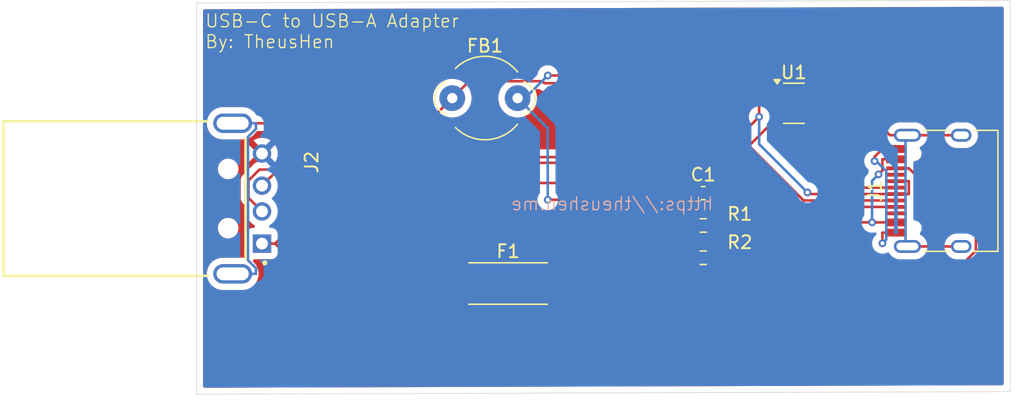
<source format=kicad_pcb>
(kicad_pcb (version 20241229) (generator "pcbnew") (generator_version "9.0")
  (title_block (title "USB-C to USB-A Adapter") (date "2025-08-04") (rev "TheusHen"))
  (layers (0 "F.Cu" signal) (2 "B.Cu" signal) (13 "F.Paste" user) (15 "B.Paste" user) (5 "F.SilkS" user "F.Silkscreen") (7 "B.SilkS" user "B.Silkscreen") (1 "F.Mask" user) (3 "B.Mask" user) (25 "Edge.Cuts" user))
  (net 0 "")
  (net 1 "VCC")
  (net 2 "Net-(J1-CC1)")
  (net 3 "Net-(J1-CC2)")
  (net 4 "Net-(J1-SHIELD)")
  (net 5 "Net-(F1-Pad2)")
  (net 6 "Net-(U1-VBUS)")
  (net 7 "Net-(J2-D-)")
  (net 8 "Net-(J2-D+)")
  (net 9 "GND")
  (footprint "USB-AM-S-X-X-TH:SAMTEC_USB-AM-S-X-X-TH" (layer "F.Cu") (at 102.8 95.4 -90)
    (property "Reference" "J2" (at -2.825 -6.135 90) (layer "F.SilkS"))
    (property "Value" "USB-AM-S-X-X-TH")
    (fp_line (start -6 17.8) (end -6 1.9) (stroke (width 0.2)) (layer "F.SilkS"))
    (fp_line (start 6 17.8) (end -6 17.8) (stroke (width 0.2)) (layer "F.SilkS"))
    (fp_line (start 6 1.9) (end 6 17.8) (stroke (width 0.2)) (layer "F.SilkS"))
    (fp_line (start -4.7 -1) (end 4.7 -1) (stroke (width 0.2)) (layer "F.SilkS"))
    (fp_circle (center 5 -2.5) (end 5.1 -2.5) (stroke (width 0.2)) (fill no) (layer "F.SilkS"))
    (pad "" np_thru_hole circle (at -2.3 0.35 270) (size 1.1 1.1) (drill 1.1) (layers "*.Cu" "*.Mask"))
    (pad "" np_thru_hole circle (at 2.3 0.35 270) (size 1.1 1.1) (drill 1.1) (layers "*.Cu" "*.Mask"))
    (pad "01" thru_hole rect (at 3.5 -2.28 270) (size 1.428 1.428) (drill 0.92) (layers "*.Cu" "*.Mask") (net 1 "VCC"))
    (pad "02" thru_hole circle (at 1 -2.28 270) (size 1.428 1.428) (drill 0.92) (layers "*.Cu" "*.Mask") (net 7 "Net-(J2-D-)"))
    (pad "03" thru_hole circle (at -1 -2.28 270) (size 1.428 1.428) (drill 0.92) (layers "*.Cu" "*.Mask") (net 8 "Net-(J2-D+)"))
    (pad "04" thru_hole circle (at -3.5 -2.28 270) (size 1.428 1.428) (drill 0.92) (layers "*.Cu" "*.Mask") (net 9 "GND"))
    (pad "S1" thru_hole oval (at -5.85 0 270) (size 1.508 3.016) (drill oval 1 2.5) (layers "*.Cu" "*.Mask") (net 6 "Net-(U1-VBUS)"))
    (pad "S2" thru_hole oval (at 5.85 0 270) (size 1.508 3.016) (drill oval 1 2.5) (layers "*.Cu" "*.Mask") (net 6 "Net-(U1-VBUS)"))
  )
  (footprint "Ferrite_THT:LairdTech_28C0236-0JW-10" (layer "F.Cu") (at 119.86 87.6)
    (property "Reference" "FB1" (at 2.54 -4.064 0) (layer "F.SilkS"))
    (property "Value" "FerriteBead_Small")
    (fp_arc (start -0.508 1.27) (mid -1.367832 0) (end -0.508 -1.27) (stroke (width 0.12)) (layer "F.SilkS"))
    (fp_arc (start 0.239932 -2.300068) (mid 2.71988 -3.24781) (end 5.08 -2.032) (stroke (width 0.12)) (layer "F.SilkS"))
    (fp_arc (start 5.064465 2.019572) (mid 2.71878 3.227946) (end 0.254 2.286) (stroke (width 0.12)) (layer "F.SilkS"))
    (fp_arc (start 5.588 -1.27) (mid 6.447832 0) (end 5.588 1.27) (stroke (width 0.12)) (layer "F.SilkS"))
    (pad "1" thru_hole circle (at 0 0) (size 2 2) (drill 0.8) (layers "*.Cu" "*.Mask") (net 6 "Net-(U1-VBUS)"))
    (pad "2" thru_hole circle (at 5.08 0) (size 2 2) (drill 0.8) (layers "*.Cu" "*.Mask") (net 4 "Net-(J1-SHIELD)"))
  )
  (footprint "Fuse:Fuse_Schurter_UMT250" (layer "F.Cu") (at 124.2 102)
    (property "Reference" "F1" (at 0 -2.5 0) (layer "F.SilkS"))
    (property "Value" "Polyfuse")
    (fp_line (start -3.05 -1.61) (end 3.05 -1.61) (stroke (width 0.12)) (layer "F.SilkS"))
    (fp_line (start -3.05 1.61) (end 3.05 1.61) (stroke (width 0.12)) (layer "F.SilkS"))
    (pad "1" smd roundrect (at -4.25 0) (size 2 3.75) (layers "F.Cu" "F.Mask" "F.Paste") (roundrect_rratio 0.125) (net 1 "VCC"))
    (pad "2" smd roundrect (at 4.25 0) (size 2 3.75) (layers "F.Cu" "F.Mask" "F.Paste") (roundrect_rratio 0.125) (net 5 "Net-(F1-Pad2)"))
  )
  (footprint "Resistor_SMD:R_0603_1608Metric" (layer "F.Cu") (at 139.3575 97.49)
    (property "Reference" "R1" (at 2.8425 -0.89 0) (layer "F.SilkS"))
    (property "Value" "56k")
    (fp_line (start -0.237258 -0.5225) (end 0.237258 -0.5225) (stroke (width 0.12)) (layer "F.SilkS"))
    (fp_line (start -0.237258 0.5225) (end 0.237258 0.5225) (stroke (width 0.12)) (layer "F.SilkS"))
    (pad "1" smd roundrect (at -0.825 0) (size 0.8 0.95) (layers "F.Cu" "F.Mask" "F.Paste") (net 2 "Net-(J1-CC1)"))
    (pad "2" smd roundrect (at 0.825 0) (size 0.8 0.95) (layers "F.Cu" "F.Mask" "F.Paste") (net 5 "Net-(F1-Pad2)"))
  )
  (footprint "Resistor_SMD:R_0603_1608Metric" (layer "F.Cu") (at 139.3575 100)
    (property "Reference" "R2" (at 2.8425 -1.2 0) (layer "F.SilkS"))
    (property "Value" "56k")
    (fp_line (start -0.237258 -0.5225) (end 0.237258 -0.5225) (stroke (width 0.12)) (layer "F.SilkS"))
    (fp_line (start -0.237258 0.5225) (end 0.237258 0.5225) (stroke (width 0.12)) (layer "F.SilkS"))
    (pad "1" smd roundrect (at -0.825 0) (size 0.8 0.95) (layers "F.Cu" "F.Mask" "F.Paste") (net 3 "Net-(J1-CC2)"))
    (pad "2" smd roundrect (at 0.825 0) (size 0.8 0.95) (layers "F.Cu" "F.Mask" "F.Paste") (net 5 "Net-(F1-Pad2)"))
  )
  (footprint "Connector_USB:USB_C_Receptacle_HRO_TYPE-C-31-M-12" (layer "F.Cu") (at 158.35 94.8 90)
    (property "Reference" "J1" (at 0 -5.645 90) (layer "F.SilkS"))
    (property "Value" "USB_C_Receptacle_USB2.0_14P")
    (fp_line (start 4.7 -1.9) (end 4.7 0.1) (stroke (width 0.12)) (layer "F.SilkS"))
    (fp_line (start -4.7 -1.9) (end -4.7 0.1) (stroke (width 0.12)) (layer "F.SilkS"))
    (fp_line (start 4.7 2) (end 4.7 3.9) (stroke (width 0.12)) (layer "F.SilkS"))
    (fp_line (start -4.7 2) (end -4.7 3.9) (stroke (width 0.12)) (layer "F.SilkS"))
    (fp_line (start -4.7 3.9) (end 4.7 3.9) (stroke (width 0.12)) (layer "F.SilkS"))
    (pad "" np_thru_hole circle (at -2.89 -2.6 90) (size 0.65 0.65) (drill 0.65) (layers "*.Cu" "*.Mask"))
    (pad "" np_thru_hole circle (at 2.89 -2.6 90) (size 0.65 0.65) (drill 0.65) (layers "*.Cu" "*.Mask"))
    (pad "A1" smd rect (at -3.25 -4.045 90) (size 0.6 1.45) (layers "F.Cu" "F.Mask" "F.Paste") (net 6 "Net-(U1-VBUS)"))
    (pad "A4" smd rect (at -2.45 -4.045 90) (size 0.6 1.45) (layers "F.Cu" "F.Mask" "F.Paste") (net 5 "Net-(F1-Pad2)"))
    (pad "A5" smd rect (at -1.25 -4.045 90) (size 0.3 1.45) (layers "F.Cu" "F.Mask" "F.Paste") (net 2 "Net-(J1-CC1)"))
    (pad "A6" smd rect (at -0.25 -4.045 90) (size 0.3 1.45) (layers "F.Cu" "F.Mask" "F.Paste") (net 7 "Net-(J2-D-)"))
    (pad "A7" smd rect (at 0.25 -4.045 90) (size 0.3 1.45) (layers "F.Cu" "F.Mask" "F.Paste") (net 8 "Net-(J2-D+)"))
    (pad "A8" smd rect (at 1.25 -4.045 90) (size 0.3 1.45) (layers "F.Cu" "F.Mask" "F.Paste"))
    (pad "A9" smd rect (at 2.45 -4.045 90) (size 0.6 1.45) (layers "F.Cu" "F.Mask" "F.Paste") (net 5 "Net-(F1-Pad2)"))
    (pad "A12" smd rect (at 3.25 -4.045 90) (size 0.6 1.45) (layers "F.Cu" "F.Mask" "F.Paste") (net 6 "Net-(U1-VBUS)"))
    (pad "B1" smd rect (at 3.25 -4.045 90) (size 0.6 1.45) (layers "F.Cu" "F.Mask" "F.Paste") (net 6 "Net-(U1-VBUS)"))
    (pad "B4" smd rect (at 2.45 -4.045 90) (size 0.6 1.45) (layers "F.Cu" "F.Mask" "F.Paste") (net 5 "Net-(F1-Pad2)"))
    (pad "B5" smd rect (at 1.75 -4.045 90) (size 0.3 1.45) (layers "F.Cu" "F.Mask" "F.Paste") (net 3 "Net-(J1-CC2)"))
    (pad "B6" smd rect (at 0.75 -4.045 90) (size 0.3 1.45) (layers "F.Cu" "F.Mask" "F.Paste") (net 7 "Net-(J2-D-)"))
    (pad "B7" smd rect (at -0.75 -4.045 90) (size 0.3 1.45) (layers "F.Cu" "F.Mask" "F.Paste") (net 8 "Net-(J2-D+)"))
    (pad "B8" smd rect (at -1.75 -4.045 90) (size 0.3 1.45) (layers "F.Cu" "F.Mask" "F.Paste"))
    (pad "B9" smd rect (at -2.45 -4.045 90) (size 0.6 1.45) (layers "F.Cu" "F.Mask" "F.Paste") (net 5 "Net-(F1-Pad2)"))
    (pad "B12" smd rect (at -3.25 -4.045 90) (size 0.6 1.45) (layers "F.Cu" "F.Mask" "F.Paste") (net 6 "Net-(U1-VBUS)"))
    (pad "S1" thru_hole oval (at -4.32 -3.13 90) (size 1 2.1) (drill oval 0.6 1.7) (property pad_prop_heatsink) (layers "*.Cu" "*.Mask") (net 4 "Net-(J1-SHIELD)"))
    (pad "S1" thru_hole oval (at -4.32 1.05 90) (size 1 1.6) (drill oval 0.6 1.2) (property pad_prop_heatsink) (layers "*.Cu" "*.Mask") (net 4 "Net-(J1-SHIELD)"))
    (pad "S1" thru_hole oval (at 4.32 -3.13 90) (size 1 2.1) (drill oval 0.6 1.7) (property pad_prop_heatsink) (layers "*.Cu" "*.Mask") (net 4 "Net-(J1-SHIELD)"))
    (pad "S1" thru_hole oval (at 4.32 1.05 90) (size 1 1.6) (drill oval 0.6 1.2) (property pad_prop_heatsink) (layers "*.Cu" "*.Mask") (net 4 "Net-(J1-SHIELD)"))
  )
  (footprint "Package_TO_SOT_SMD:SOT-23-6" (layer "F.Cu") (at 146.4 88)
    (property "Reference" "U1" (at 0 -2.4 0) (layer "F.SilkS"))
    (property "Value" "USBLC6-2SC6")
    (fp_line (start 0 -1.56) (end -0.8 -1.56) (stroke (width 0.12)) (layer "F.SilkS"))
    (fp_line (start 0 -1.56) (end 0.8 -1.56) (stroke (width 0.12)) (layer "F.SilkS"))
    (fp_line (start 0 1.56) (end -0.8 1.56) (stroke (width 0.12)) (layer "F.SilkS"))
    (fp_line (start 0 1.56) (end 0.8 1.56) (stroke (width 0.12)) (layer "F.SilkS"))
    (fp_poly (pts (xy -1.3 -1.51) (xy -1.54 -1.84) (xy -1.06 -1.84)) (stroke (width 0.12)) (fill yes) (layer "F.SilkS"))
    (pad "1" smd roundrect (at -1.1375 -0.95) (size 1.325 0.6) (layers "F.Cu" "F.Mask" "F.Paste") (net 7 "Net-(J2-D-)"))
    (pad "2" smd roundrect (at -1.1375 0) (size 1.325 0.6) (layers "F.Cu" "F.Mask" "F.Paste"))
    (pad "3" smd roundrect (at -1.1375 0.95) (size 1.325 0.6) (layers "F.Cu" "F.Mask" "F.Paste") (net 8 "Net-(J2-D+)"))
    (pad "4" smd roundrect (at 1.1375 0.95) (size 1.325 0.6) (layers "F.Cu" "F.Mask" "F.Paste"))
    (pad "5" smd roundrect (at 1.1375 0) (size 1.325 0.6) (layers "F.Cu" "F.Mask" "F.Paste") (net 6 "Net-(U1-VBUS)"))
    (pad "6" smd roundrect (at 1.1375 -0.95) (size 1.325 0.6) (layers "F.Cu" "F.Mask" "F.Paste"))
  )
  (footprint "Capacitor_SMD:C_0603_1608Metric" (layer "F.Cu") (at 139.3575 94.98)
    (property "Reference" "C1" (at 0 -1.43 0) (layer "F.SilkS"))
    (property "Value" "C_Small")
    (fp_line (start -0.14058 -0.51) (end 0.14058 -0.51) (stroke (width 0.12)) (layer "F.SilkS"))
    (fp_line (start -0.14058 0.51) (end 0.14058 0.51) (stroke (width 0.12)) (layer "F.SilkS"))
    (pad "1" smd roundrect (at -0.775 0) (size 0.9 0.95) (layers "F.Cu" "F.Mask" "F.Paste") (net 4 "Net-(J1-SHIELD)"))
    (pad "2" smd roundrect (at 0.775 0) (size 0.9 0.95) (layers "F.Cu" "F.Mask" "F.Paste") (net 1 "VCC"))
  )
  (gr_line (start 163.2 80) (end 100 80.2) (stroke (width 0.05)) (layer "Edge.Cuts"))
  (gr_line (start 100 110.6) (end 163.2 110.4) (stroke (width 0.05)) (layer "Edge.Cuts"))
  (gr_line (start 163.2 110.4) (end 163.2 80) (stroke (width 0.05)) (layer "Edge.Cuts"))
  (gr_line (start 100 80.2) (end 100 110.6) (stroke (width 0.05)) (layer "Edge.Cuts"))
  (gr_text "USB-C to USB-A Adapter\nBy: TheusHen" (at 100.6 83.8 0) (layer "F.SilkS") (effects (font (size 1 1) (thickness 0.1)) (justify left bottom)))
  (gr_text "https://theushen.me" (at 140.2 96.4 0) (layer "B.SilkS") (effects (font (size 1 1) (thickness 0.1)) (justify left bottom mirror)))
  (segment (start 105.08 98.9) (end 106.0957 98.9) (width 0.2) (layer "F.Cu") (net 1))
  (segment (start 139.3441 94.1916) (end 110.8041 94.1916) (width 0.2) (layer "F.Cu") (net 1))
  (segment (start 140.1325 94.98) (end 139.3441 94.1916) (width 0.2) (layer "F.Cu") (net 1))
  (segment (start 110.8041 94.1916) (end 106.0957 98.9) (width 0.2) (layer "F.Cu") (net 1))
  (segment (start 109.1957 102) (end 106.0957 98.9) (width 0.2) (layer "F.Cu") (net 1))
  (segment (start 119.95 102) (end 109.1957 102) (width 0.2) (layer "F.Cu") (net 1))
  (segment (start 139.9725 96.05) (end 138.5325 97.49) (width 0.2) (layer "F.Cu") (net 2))
  (segment (start 154.305 96.05) (end 139.9725 96.05) (width 0.2) (layer "F.Cu") (net 2))
  (segment (start 159.1778 100.8138) (end 160.5384 99.4532) (width 0.2) (layer "F.Cu") (net 3))
  (segment (start 154.305 93.05) (end 155.3317 93.05) (width 0.2) (layer "F.Cu") (net 3))
  (segment (start 160.5384 99.4532) (end 160.5384 98.2567) (width 0.2) (layer "F.Cu") (net 3))
  (segment (start 138.5325 100) (end 139.3463 100.8138) (width 0.2) (layer "F.Cu") (net 3))
  (segment (start 139.3463 100.8138) (end 159.1778 100.8138) (width 0.2) (layer "F.Cu") (net 3))
  (segment (start 160.5384 98.2567) (end 155.3317 93.05) (width 0.2) (layer "F.Cu") (net 3))
  (segment (start 153.8683 90.48) (end 149.2304 85.8421) (width 0.2) (layer "F.Cu") (net 4))
  (segment (start 159.4 90.48) (end 155.22 90.48) (width 0.2) (layer "F.Cu") (net 4))
  (segment (start 138.0667 95.4958) (end 138.5825 94.98) (width 0.2) (layer "F.Cu") (net 4))
  (segment (start 149.2304 85.8421) (end 127.2781 85.8421) (width 0.2) (layer "F.Cu") (net 4))
  (segment (start 155.22 99.12) (end 159.4 99.12) (width 0.2) (layer "F.Cu") (net 4))
  (segment (start 155.22 90.48) (end 153.8683 90.48) (width 0.2) (layer "F.Cu") (net 4))
  (segment (start 127.2781 95.4958) (end 138.0667 95.4958) (width 0.2) (layer "F.Cu") (net 4))
  (via (at 127.2781 85.8421) (size 0.6) (drill 0.3) (layers "F.Cu" "B.Cu") (net 4))
  (via (at 127.2781 95.4958) (size 0.6) (drill 0.3) (layers "F.Cu" "B.Cu") (net 4))
  (segment (start 124.94 87.6) (end 125.2301 87.8901) (width 0.2) (layer "B.Cu") (net 4))
  (segment (start 125.2301 87.8901) (end 127.2781 89.9381) (width 0.2) (layer "B.Cu") (net 4))
  (segment (start 155.074 90.626) (end 155.22 90.48) (width 0.2) (layer "B.Cu") (net 4))
  (segment (start 127.2781 89.9381) (end 127.2781 95.4958) (width 0.2) (layer "B.Cu") (net 4))
  (segment (start 155.074 98.974) (end 155.074 90.626) (width 0.2) (layer "B.Cu") (net 4))
  (segment (start 155.22 99.12) (end 155.074 98.974) (width 0.2) (layer "B.Cu") (net 4))
  (segment (start 127.2781 85.8421) (end 125.2301 87.8901) (width 0.2) (layer "B.Cu") (net 4))
  (segment (start 152.8233 97.25) (end 152.4763 97.25) (width 0.2) (layer "F.Cu") (net 5))
  (segment (start 154.305 92.35) (end 153.2783 92.35) (width 0.2) (layer "F.Cu") (net 5))
  (segment (start 140.1825 100) (end 140.1825 99.2156) (width 0.2) (layer "F.Cu") (net 5))
  (segment (start 140.1825 98.745) (end 140.1825 97.49) (width 0.2) (layer "F.Cu") (net 5))
  (segment (start 140.4225 97.25) (end 140.1825 97.49) (width 0.2) (layer "F.Cu") (net 5))
  (segment (start 140.1825 99.2156) (end 131.2344 99.2156) (width 0.2) (layer "F.Cu") (net 5))
  (segment (start 152.8646 97.25) (end 154.305 97.25) (width 0.2) (layer "F.Cu") (net 5))
  (segment (start 140.1825 99.2156) (end 140.1825 98.745) (width 0.2) (layer "F.Cu") (net 5))
  (segment (start 131.2344 99.2156) (end 128.45 102) (width 0.2) (layer "F.Cu") (net 5))
  (segment (start 153.2783 93.2207) (end 152.9777 93.5213) (width 0.2) (layer "F.Cu") (net 5))
  (segment (start 152.8646 97.25) (end 152.8233 97.25) (width 0.2) (layer "F.Cu") (net 5))
  (segment (start 153.2783 92.35) (end 153.2783 93.2207) (width 0.2) (layer "F.Cu") (net 5))
  (segment (start 152.4763 97.25) (end 140.4225 97.25) (width 0.2) (layer "F.Cu") (net 5))
  (via (at 152.4763 97.25) (size 0.6) (drill 0.3) (layers "F.Cu" "B.Cu") (net 5))
  (via (at 152.9777 93.5213) (size 0.6) (drill 0.3) (layers "F.Cu" "B.Cu") (net 5))
  (segment (start 152.9777 93.5213) (end 152.4763 94.0227) (width 0.2) (layer "B.Cu") (net 5))
  (segment (start 152.4763 94.0227) (end 152.4763 97.25) (width 0.2) (layer "B.Cu") (net 5))
  (segment (start 127.029 86.4438) (end 145.9864 86.4438) (width 0.2) (layer "F.Cu") (net 6))
  (segment (start 119.86 87.6) (end 121.1757 86.2843) (width 0.2) (layer "F.Cu") (net 6))
  (segment (start 153.2783 98.8766) (end 153.2783 98.7733) (width 0.2) (layer "F.Cu") (net 6))
  (segment (start 152.6687 92.1595) (end 152.6688 92.1595) (width 0.2) (layer "F.Cu") (net 6))
  (segment (start 117.91 89.55) (end 119.86 87.6) (width 0.2) (layer "F.Cu") (net 6))
  (segment (start 153.2783 98.7733) (end 153.2783 98.8766) (width 0.2) (layer "F.Cu") (net 6))
  (segment (start 102.8 89.55) (end 117.91 89.55) (width 0.2) (layer "F.Cu") (net 6))
  (segment (start 126.8695 86.2843) (end 127.029 86.4438) (width 0.2) (layer "F.Cu") (net 6))
  (segment (start 145.9864 86.4438) (end 146.4364 86.8938) (width 0.2) (layer "F.Cu") (net 6))
  (segment (start 152.6688 92.1595) (end 153.2783 91.55) (width 0.2) (layer "F.Cu") (net 6))
  (segment (start 121.1757 86.2843) (end 126.8695 86.2843) (width 0.2) (layer "F.Cu") (net 6))
  (segment (start 154.305 98.05) (end 153.2783 98.05) (width 0.2) (layer "F.Cu") (net 6))
  (segment (start 153.2783 91.55) (end 149.7283 88) (width 0.2) (layer "F.Cu") (net 6))
  (segment (start 154.305 91.55) (end 153.2783 91.55) (width 0.2) (layer "F.Cu") (net 6))
  (segment (start 152.6687 92.4916) (end 152.6687 92.1595) (width 0.2) (layer "F.Cu") (net 6))
  (segment (start 147.1616 88) (end 147.5375 88) (width 0.2) (layer "F.Cu") (net 6))
  (segment (start 146.4364 86.8938) (end 146.4364 87.2748) (width 0.2) (layer "F.Cu") (net 6))
  (segment (start 153.2783 98.05) (end 153.2783 98.8766) (width 0.2) (layer "F.Cu") (net 6))
  (segment (start 146.4364 87.2748) (end 147.1616 88) (width 0.2) (layer "F.Cu") (net 6))
  (segment (start 149.7283 88) (end 147.5375 88) (width 0.2) (layer "F.Cu") (net 6))
  (via (at 152.6687 92.4916) (size 0.6) (drill 0.3) (layers "F.Cu" "B.Cu") (net 6))
  (via (at 153.2783 98.8766) (size 0.6) (drill 0.3) (layers "F.Cu" "B.Cu") (net 6))
  (segment (start 153.2783 98.8766) (end 153.5794 98.5755) (width 0.2) (layer "B.Cu") (net 6))
  (segment (start 153.2783 98.8766) (end 153.2783 98.7733) (width 0.2) (layer "B.Cu") (net 6))
  (segment (start 153.5794 98.5755) (end 153.5794 93.2721) (width 0.2) (layer "B.Cu") (net 6))
  (segment (start 104.6097 89.9873) (end 103.9913 90.6057) (width 0.2) (layer "B.Cu") (net 6))
  (segment (start 103.9913 90.6057) (end 103.9913 100.1943) (width 0.2) (layer "B.Cu") (net 6))
  (segment (start 104.6097 89.55) (end 104.6097 89.9873) (width 0.2) (layer "B.Cu") (net 6))
  (segment (start 152.6688 92.4917) (end 152.6687 92.4916) (width 0.2) (layer "B.Cu") (net 6))
  (segment (start 152.6687 92.4916) (end 152.6688 92.4917) (width 0.2) (layer "B.Cu") (net 6))
  (segment (start 152.7989 92.4916) (end 152.6687 92.4916) (width 0.2) (layer "B.Cu") (net 6))
  (segment (start 153.5794 93.2721) (end 152.7989 92.4916) (width 0.2) (layer "B.Cu") (net 6))
  (segment (start 102.8 101.25) (end 104.6097 101.25) (width 0.2) (layer "B.Cu") (net 6))
  (segment (start 153.2783 98.7733) (end 153.2783 98.8766) (width 0.2) (layer "B.Cu") (net 6))
  (segment (start 102.8 89.55) (end 104.6097 89.55) (width 0.2) (layer "B.Cu") (net 6))
  (segment (start 103.9913 100.1943) (end 104.6097 100.8127) (width 0.2) (layer "B.Cu") (net 6))
  (segment (start 104.6097 100.8127) (end 104.6097 101.25) (width 0.2) (layer "B.Cu") (net 6))
  (segment (start 147.4514 94.925) (end 147.4514 94.9234) (width 0.2) (layer "F.Cu") (net 7))
  (segment (start 155.3317 95.05) (end 155.3317 94.05) (width 0.2) (layer "F.Cu") (net 7))
  (segment (start 145.2625 87.05) (end 144.8486 87.05) (width 0.2) (layer "F.Cu") (net 7))
  (segment (start 105.7144 93.15) (end 106.6829 92.1815) (width 0.2) (layer "F.Cu") (net 7))
  (segment (start 144.8486 87.05) (end 143.7016 88.197) (width 0.2) (layer "F.Cu") (net 7))
  (segment (start 104.0323 95.3523) (end 104.0323 93.9966) (width 0.2) (layer "F.Cu") (net 7))
  (segment (start 104.0323 93.9966) (end 104.8789 93.15) (width 0.2) (layer "F.Cu") (net 7))
  (segment (start 106.6829 92.1815) (end 140.5683 92.1815) (width 0.2) (layer "F.Cu") (net 7))
  (segment (start 147.4514 94.925) (end 147.5764 95.05) (width 0.2) (layer "F.Cu") (net 7))
  (segment (start 147.4514 94.925) (end 147.5764 95.05) (width 0.2) (layer "F.Cu") (net 7))
  (segment (start 143.7016 88.197) (end 143.7016 89.0482) (width 0.2) (layer "F.Cu") (net 7))
  (segment (start 105.08 96.4) (end 104.0323 95.3523) (width 0.2) (layer "F.Cu") (net 7))
  (segment (start 147.5764 95.05) (end 147.4514 94.925) (width 0.2) (layer "F.Cu") (net 7))
  (segment (start 140.5683 92.1815) (end 143.7016 89.0482) (width 0.2) (layer "F.Cu") (net 7))
  (segment (start 147.5764 95.05) (end 154.305 95.05) (width 0.2) (layer "F.Cu") (net 7))
  (segment (start 147.4514 94.9234) (end 147.4514 94.925) (width 0.2) (layer "F.Cu") (net 7))
  (segment (start 154.305 95.05) (end 155.3317 95.05) (width 0.2) (layer "F.Cu") (net 7))
  (segment (start 104.8789 93.15) (end 105.7144 93.15) (width 0.2) (layer "F.Cu") (net 7))
  (segment (start 154.305 94.05) (end 155.3317 94.05) (width 0.2) (layer "F.Cu") (net 7))
  (via (at 147.4514 94.925) (size 0.6) (drill 0.3) (layers "F.Cu" "B.Cu") (net 7))
  (via (at 143.7016 89.0482) (size 0.6) (drill 0.3) (layers "F.Cu" "B.Cu") (net 7))
  (segment (start 143.7016 89.0482) (end 143.7016 91.1752) (width 0.2) (layer "B.Cu") (net 7))
  (segment (start 147.5764 95.05) (end 147.4514 94.925) (width 0.2) (layer "B.Cu") (net 7))
  (segment (start 143.7016 91.1752) (end 147.4514 94.925) (width 0.2) (layer "B.Cu") (net 7))
  (segment (start 147.4514 94.925) (end 147.5764 95.05) (width 0.2) (layer "B.Cu") (net 7))
  (segment (start 147.4514 94.925) (end 147.4514 94.9234) (width 0.2) (layer "B.Cu") (net 7))
  (segment (start 147.4514 94.9234) (end 147.4514 94.925) (width 0.2) (layer "B.Cu") (net 7))
  (segment (start 147.1545 95.55) (end 154.305 95.55) (width 0.2) (layer "F.Cu") (net 8))
  (segment (start 141.588 92.6245) (end 142.9085 91.304) (width 0.2) (layer "F.Cu") (net 8))
  (segment (start 142.9085 91.304) (end 145.2625 88.95) (width 0.2) (layer "F.Cu") (net 8))
  (segment (start 105.08 94.4) (end 106.8555 92.6245) (width 0.2) (layer "F.Cu") (net 8))
  (segment (start 145.2625 88.95) (end 150.8625 94.55) (width 0.2) (layer "F.Cu") (net 8))
  (segment (start 150.8625 94.55) (end 154.305 94.55) (width 0.2) (layer "F.Cu") (net 8))
  (segment (start 142.9085 91.304) (end 147.1545 95.55) (width 0.2) (layer "F.Cu") (net 8))
  (segment (start 106.8555 92.6245) (end 141.588 92.6245) (width 0.2) (layer "F.Cu") (net 8))
  (zone (net 9) (net_name "GND") (layer "F.Cu") (priority 1) (connect_pads (clearance 0.5)) (min_thickness 0.25) (fill yes (thermal_gap 0.5) (thermal_bridge_width 0.5))
    (polygon (pts (xy 100 80.2) (xy 100 110.6) (xy 163.2 110.4) (xy 163.2 80)))
  )
  (zone (net 9) (net_name "GND") (layer "B.Cu") (connect_pads (clearance 0.5)) (min_thickness 0.25) (fill yes (thermal_gap 0.5) (thermal_bridge_width 0.5))
    (polygon (pts (xy 100 80.2) (xy 100 110.6) (xy 163.2 110.4) (xy 163.2 80)))
  )
)
</source>
